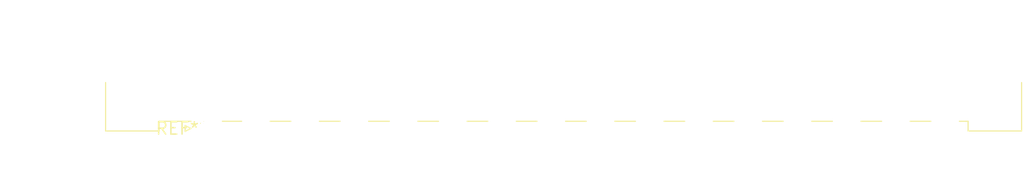
<source format=kicad_pcb>
(kicad_pcb (version 20240108) (generator pcbnew)
  (layers (0 "F.Cu" signal) (31 "B.Cu" signal) (34 "B.Paste" user) (35 "F.Paste" user) (36 "B.SilkS" user "B.Silkscreen") (37 "F.SilkS" user "F.Silkscreen") (38 "B.Mask" user) (39 "F.Mask" user) (44 "Edge.Cuts" user))
  (net 0 "")
  (footprint "DIN41612_D_2x16_Male_Horizontal_THT" (layer "F.Cu") (at 0 0)
    (property "Reference" "REF**")
    (property "Value" "DIN41612_D_2x16_Male_Horizontal_THT")
    (fp_line (start -7.89 -4.74) (end -7.89 0.26) (layer "F.SilkS") (stroke (width 0.12)))
    (fp_line (start -7.89 0.26) (end -2.37 0.26) (layer "F.SilkS") (stroke (width 0.12)))
    (fp_line (start -2.371 -0.74) (end 0.92 -0.74) (layer "F.SilkS") (stroke (width 0.12)))
    (fp_line (start -2.37 0.26) (end -2.37 -0.74) (layer "F.SilkS") (stroke (width 0.12)))
    (fp_line (start 0.32 -0.3) (end 0.32 0.3) (layer "F.SilkS") (stroke (width 0.12)))
    (fp_line (start 0.32 0.3) (end 0.92 0) (layer "F.SilkS") (stroke (width 0.12)))
    (fp_line (start 0.92 0) (end 0.32 -0.3) (layer "F.SilkS") (stroke (width 0.12)))
    (fp_line (start 4.16 -0.74) (end 6.149 -0.74) (layer "F.SilkS") (stroke (width 0.12)))
    (fp_line (start 9.092 -0.74) (end 11.229 -0.74) (layer "F.SilkS") (stroke (width 0.12)))
    (fp_line (start 14.172 -0.74) (end 16.309 -0.74) (layer "F.SilkS") (stroke (width 0.12)))
    (fp_line (start 19.252 -0.74) (end 21.389 -0.74) (layer "F.SilkS") (stroke (width 0.12)))
    (fp_line (start 24.332 -0.74) (end 26.469 -0.74) (layer "F.SilkS") (stroke (width 0.12)))
    (fp_line (start 29.412 -0.74) (end 31.549 -0.74) (layer "F.SilkS") (stroke (width 0.12)))
    (fp_line (start 34.492 -0.74) (end 36.629 -0.74) (layer "F.SilkS") (stroke (width 0.12)))
    (fp_line (start 39.572 -0.74) (end 41.709 -0.74) (layer "F.SilkS") (stroke (width 0.12)))
    (fp_line (start 44.652 -0.74) (end 46.789 -0.74) (layer "F.SilkS") (stroke (width 0.12)))
    (fp_line (start 49.732 -0.74) (end 51.869 -0.74) (layer "F.SilkS") (stroke (width 0.12)))
    (fp_line (start 54.812 -0.74) (end 56.949 -0.74) (layer "F.SilkS") (stroke (width 0.12)))
    (fp_line (start 59.892 -0.74) (end 62.029 -0.74) (layer "F.SilkS") (stroke (width 0.12)))
    (fp_line (start 64.972 -0.74) (end 67.109 -0.74) (layer "F.SilkS") (stroke (width 0.12)))
    (fp_line (start 70.052 -0.74) (end 72.189 -0.74) (layer "F.SilkS") (stroke (width 0.12)))
    (fp_line (start 75.132 -0.74) (end 77.269 -0.74) (layer "F.SilkS") (stroke (width 0.12)))
    (fp_line (start 80.212 -0.74) (end 81.11 -0.74) (layer "F.SilkS") (stroke (width 0.12)))
    (fp_line (start 81.11 0.26) (end 81.11 -0.74) (layer "F.SilkS") (stroke (width 0.12)))
    (fp_line (start 86.63 -4.74) (end 86.63 0.26) (layer "F.SilkS") (stroke (width 0.12)))
    (fp_line (start 86.63 0.26) (end 81.11 0.26) (layer "F.SilkS") (stroke (width 0.12)))
    (pad "" np_thru_hole circle (at -5.08 -2.54) (size 2.85 2.85) (drill 2.85) (layers *.Cu *.Mask))
    (pad "" np_thru_hole circle (at 83.82 -2.54) (size 2.85 2.85) (drill 2.85) (layers *.Cu *.Mask))
    (pad "a2" thru_hole roundrect (at 2.54 0) (size 2.6 2.6) (drill 1.6) (layers *.Cu *.Mask) (remove_unused_layers) (roundrect_rratio 0.096154))
    (pad "a4" thru_hole circle (at 7.62 0) (size 2.6 2.6) (drill 1.6) (layers *.Cu *.Mask) (remove_unused_layers))
    (pad "a6" thru_hole circle (at 12.7 0) (size 2.6 2.6) (drill 1.6) (layers *.Cu *.Mask) (remove_unused_layers))
    (pad "a8" thru_hole circle (at 17.78 0) (size 2.6 2.6) (drill 1.6) (layers *.Cu *.Mask) (remove_unused_layers))
    (pad "a10" thru_hole circle (at 22.86 0) (size 2.6 2.6) (drill 1.6) (layers *.Cu *.Mask) (remove_unused_layers))
    (pad "a12" thru_hole circle (at 27.94 0) (size 2.6 2.6) (drill 1.6) (layers *.Cu *.Mask) (remove_unused_layers))
    (pad "a14" thru_hole circle (at 33.02 0) (size 2.6 2.6) (drill 1.6) (layers *.Cu *.Mask) (remove_unused_layers))
    (pad "a16" thru_hole circle (at 38.1 0) (size 2.6 2.6) (drill 1.6) (layers *.Cu *.Mask) (remove_unused_layers))
    (pad "a18" thru_hole circle (at 43.18 0) (size 2.6 2.6) (drill 1.6) (layers *.Cu *.Mask) (remove_unused_layers))
    (pad "a20" thru_hole circle (at 48.26 0) (size 2.6 2.6) (drill 1.6) (layers *.Cu *.Mask) (remove_unused_layers))
    (pad "a22" thru_hole circle (at 53.34 0) (size 2.6 2.6) (drill 1.6) (layers *.Cu *.Mask) (remove_unused_layers))
    (pad "a24" thru_hole circle (at 58.42 0) (size 2.6 2.6) (drill 1.6) (layers *.Cu *.Mask) (remove_unused_layers))
    (pad "a26" thru_hole circle (at 63.5 0) (size 2.6 2.6) (drill 1.6) (layers *.Cu *.Mask) (remove_unused_layers))
    (pad "a28" thru_hole circle (at 68.58 0) (size 2.6 2.6) (drill 1.6) (layers *.Cu *.Mask) (remove_unused_layers))
    (pad "a30" thru_hole circle (at 73.66 0) (size 2.6 2.6) (drill 1.6) (layers *.Cu *.Mask) (remove_unused_layers))
    (pad "a32" thru_hole circle (at 78.74 0) (size 2.6 2.6) (drill 1.6) (layers *.Cu *.Mask) (remove_unused_layers))
    (pad "c2" thru_hole circle (at 2.54 5.08) (size 2.6 2.6) (drill 1.6) (layers *.Cu *.Mask) (remove_unused_layers))
    (pad "c4" thru_hole circle (at 7.62 5.08) (size 2.6 2.6) (drill 1.6) (layers *.Cu *.Mask) (remove_unused_layers))
    (pad "c6" thru_hole circle (at 12.7 5.08) (size 2.6 2.6) (drill 1.6) (layers *.Cu *.Mask) (remove_unused_layers))
    (pad "c8" thru_hole circle (at 17.78 5.08) (size 2.6 2.6) (drill 1.6) (layers *.Cu *.Mask) (remove_unused_layers))
    (pad "c10" thru_hole circle (at 22.86 5.08) (size 2.6 2.6) (drill 1.6) (layers *.Cu *.Mask) (remove_unused_layers))
    (pad "c12" thru_hole circle (at 27.94 5.08) (size 2.6 2.6) (drill 1.6) (layers *.Cu *.Mask) (remove_unused_layers))
    (pad "c14" thru_hole circle (at 33.02 5.08) (size 2.6 2.6) (drill 1.6) (layers *.Cu *.Mask) (remove_unused_layers))
    (pad "c16" thru_hole circle (at 38.1 5.08) (size 2.6 2.6) (drill 1.6) (layers *.Cu *.Mask) (remove_unused_layers))
    (pad "c18" thru_hole circle (at 43.18 5.08) (size 2.6 2.6) (drill 1.6) (layers *.Cu *.Mask) (remove_unused_layers))
    (pad "c20" thru_hole circle (at 48.26 5.08) (size 2.6 2.6) (drill 1.6) (layers *.Cu *.Mask) (remove_unused_layers))
    (pad "c22" thru_hole circle (at 53.34 5.08) (size 2.6 2.6) (drill 1.6) (layers *.Cu *.Mask) (remove_unused_layers))
    (pad "c24" thru_hole circle (at 58.42 5.08) (size 2.6 2.6) (drill 1.6) (layers *.Cu *.Mask) (remove_unused_layers))
    (pad "c26" thru_hole circle (at 63.5 5.08) (size 2.6 2.6) (drill 1.6) (layers *.Cu *.Mask) (remove_unused_layers))
    (pad "c28" thru_hole circle (at 68.58 5.08) (size 2.6 2.6) (drill 1.6) (layers *.Cu *.Mask) (remove_unused_layers))
    (pad "c30" thru_hole circle (at 73.66 5.08) (size 2.6 2.6) (drill 1.6) (layers *.Cu *.Mask) (remove_unused_layers))
    (pad "c32" thru_hole circle (at 78.74 5.08) (size 2.6 2.6) (drill 1.6) (layers *.Cu *.Mask) (remove_unused_layers))
  )
)
</source>
